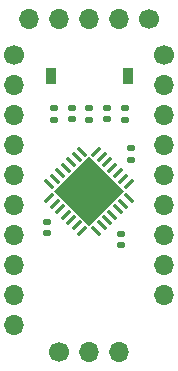
<source format=gbr>
%TF.GenerationSoftware,KiCad,Pcbnew,8.0.5*%
%TF.CreationDate,2025-01-09T20:32:44-08:00*%
%TF.ProjectId,PIC32Flex,50494333-3246-46c6-9578-2e6b69636164,rev?*%
%TF.SameCoordinates,Original*%
%TF.FileFunction,Soldermask,Top*%
%TF.FilePolarity,Negative*%
%FSLAX46Y46*%
G04 Gerber Fmt 4.6, Leading zero omitted, Abs format (unit mm)*
G04 Created by KiCad (PCBNEW 8.0.5) date 2025-01-09 20:32:44*
%MOMM*%
%LPD*%
G01*
G04 APERTURE LIST*
G04 Aperture macros list*
%AMRoundRect*
0 Rectangle with rounded corners*
0 $1 Rounding radius*
0 $2 $3 $4 $5 $6 $7 $8 $9 X,Y pos of 4 corners*
0 Add a 4 corners polygon primitive as box body*
4,1,4,$2,$3,$4,$5,$6,$7,$8,$9,$2,$3,0*
0 Add four circle primitives for the rounded corners*
1,1,$1+$1,$2,$3*
1,1,$1+$1,$4,$5*
1,1,$1+$1,$6,$7*
1,1,$1+$1,$8,$9*
0 Add four rect primitives between the rounded corners*
20,1,$1+$1,$2,$3,$4,$5,0*
20,1,$1+$1,$4,$5,$6,$7,0*
20,1,$1+$1,$6,$7,$8,$9,0*
20,1,$1+$1,$8,$9,$2,$3,0*%
%AMRotRect*
0 Rectangle, with rotation*
0 The origin of the aperture is its center*
0 $1 length*
0 $2 width*
0 $3 Rotation angle, in degrees counterclockwise*
0 Add horizontal line*
21,1,$1,$2,0,0,$3*%
G04 Aperture macros list end*
%ADD10C,1.700000*%
%ADD11O,1.700000X1.700000*%
%ADD12RoundRect,0.135000X0.185000X-0.135000X0.185000X0.135000X-0.185000X0.135000X-0.185000X-0.135000X0*%
%ADD13R,0.889000X1.397000*%
%ADD14RoundRect,0.140000X0.170000X-0.140000X0.170000X0.140000X-0.170000X0.140000X-0.170000X-0.140000X0*%
%ADD15RoundRect,0.147500X0.172500X-0.147500X0.172500X0.147500X-0.172500X0.147500X-0.172500X-0.147500X0*%
%ADD16RoundRect,0.140000X-0.170000X0.140000X-0.170000X-0.140000X0.170000X-0.140000X0.170000X0.140000X0*%
%ADD17RotRect,0.304800X1.016000X45.000000*%
%ADD18RotRect,0.304800X1.016000X315.000000*%
%ADD19RotRect,4.191000X4.191000X315.000000*%
G04 APERTURE END LIST*
D10*
%TO.C,J1*%
X103837600Y-100170800D03*
D11*
X106377600Y-100170800D03*
X108917600Y-100170800D03*
%TD*%
D10*
%TO.C,J3*%
X112740000Y-75020000D03*
D11*
X112740000Y-77560000D03*
X112740000Y-80100000D03*
X112740000Y-82640000D03*
X112740000Y-85180000D03*
X112740000Y-87720000D03*
X112740000Y-90260000D03*
X112740000Y-92800000D03*
X112740000Y-95340000D03*
%TD*%
%TO.C,J2*%
X101250000Y-71950000D03*
X103790000Y-71950000D03*
X106330000Y-71950000D03*
X108870000Y-71950000D03*
D10*
X111410000Y-71950000D03*
%TD*%
%TO.C,J4*%
X100040000Y-75020000D03*
D11*
X100040000Y-77560000D03*
X100040000Y-80100000D03*
X100040000Y-82640000D03*
X100040000Y-85180000D03*
X100040000Y-87720000D03*
X100040000Y-90260000D03*
X100040000Y-92800000D03*
X100040000Y-95340000D03*
X100040000Y-97880000D03*
%TD*%
D12*
%TO.C,R3*%
X103400000Y-80500000D03*
X103400000Y-79480000D03*
%TD*%
D13*
%TO.C,SW1*%
X109660001Y-76770000D03*
X103159999Y-76770000D03*
%TD*%
D12*
%TO.C,R1*%
X109400000Y-80500000D03*
X109400000Y-79480000D03*
%TD*%
D14*
%TO.C,C2*%
X109960000Y-83890000D03*
X109960000Y-82930000D03*
%TD*%
D15*
%TO.C,D1*%
X104900000Y-80475000D03*
X104900000Y-79505000D03*
%TD*%
D16*
%TO.C,C3*%
X109080000Y-90140000D03*
X109080000Y-91100000D03*
%TD*%
D17*
%TO.C,U1*%
X105776406Y-83190970D03*
X105316785Y-83650590D03*
X104857165Y-84110210D03*
X104397547Y-84569829D03*
X103937928Y-85029447D03*
X103478308Y-85489067D03*
X103018689Y-85948686D03*
D18*
X103018688Y-87142282D03*
X103478308Y-87601903D03*
X103937927Y-88061521D03*
X104397547Y-88521141D03*
X104857165Y-88980760D03*
X105316785Y-89440380D03*
X105776404Y-89899999D03*
D17*
X106970000Y-89900000D03*
X107429621Y-89440380D03*
X107889239Y-88980761D03*
X108348859Y-88521141D03*
X108808478Y-88061523D03*
X109268098Y-87601903D03*
X109727717Y-87142284D03*
D18*
X109727718Y-85948688D03*
X109268098Y-85489067D03*
X108808479Y-85029449D03*
X108348859Y-84569829D03*
X107889241Y-84110210D03*
X107429621Y-83650590D03*
X106970002Y-83190971D03*
D19*
X106373203Y-86545485D03*
%TD*%
D12*
%TO.C,R2*%
X106400000Y-80500000D03*
X106400000Y-79480000D03*
%TD*%
D14*
%TO.C,C1*%
X102830000Y-89160000D03*
X102830000Y-90120000D03*
%TD*%
%TO.C,C4*%
X107900000Y-80470000D03*
X107900000Y-79510000D03*
%TD*%
M02*

</source>
